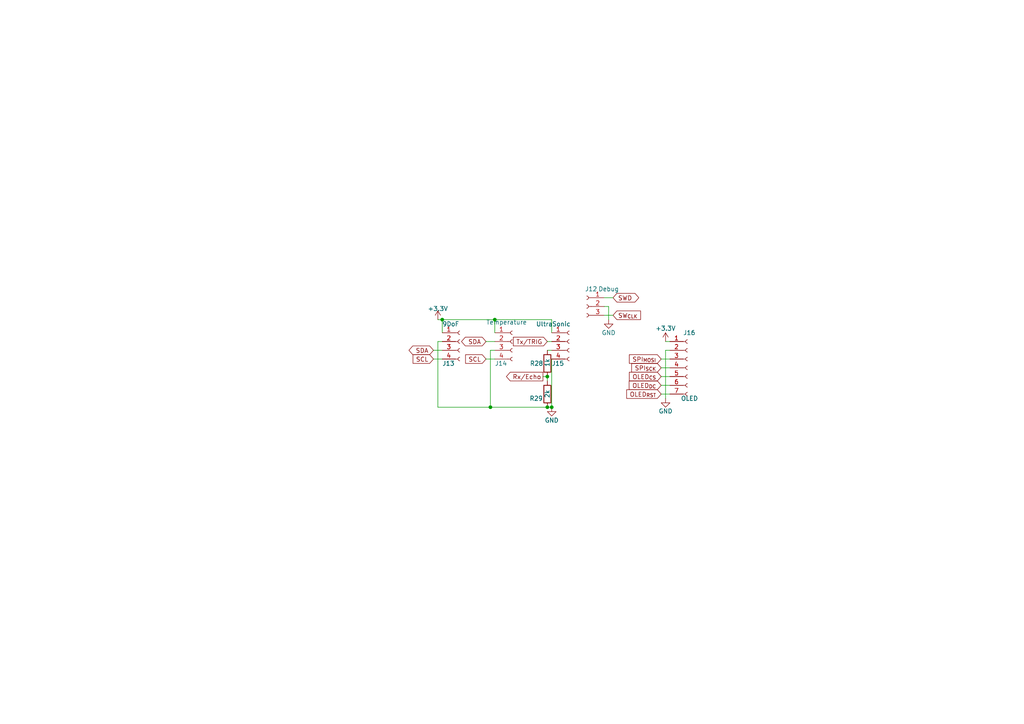
<source format=kicad_sch>
(kicad_sch (version 20230121) (generator eeschema)
  (paper "A4")
  (lib_symbols
    (symbol "Connector:Conn_01x03_Socket" (pin_names (offset 1.016) hide)
      (property "Reference" "J" (at 0 5.08 0))
      (property "Value" "Conn_01x03_Socket" (at 0 -5.08 0))
      (symbol "Conn_01x03_Socket_1_1"
        (arc (start 0 -2.032) (mid -0.5058 -2.54) (end 0 -3.048) (stroke (width 0.1524)))
        (polyline (pts (xy -1.27 -2.54) (xy -0.508 -2.54)) (stroke (width 0.1524)))
        (polyline (pts (xy -1.27 0) (xy -0.508 0)) (stroke (width 0.1524)))
        (polyline (pts (xy -1.27 2.54) (xy -0.508 2.54)) (stroke (width 0.1524)))
        (arc (start 0 0.508) (mid -0.5058 0) (end 0 -0.508) (stroke (width 0.1524)))
        (arc (start 0 3.048) (mid -0.5058 2.54) (end 0 2.032) (stroke (width 0.1524)))
        (pin passive line (at -5.08 2.54 0) (length 3.81) (name "Pin_1") (number "1"))
        (pin passive line (at -5.08 0 0) (length 3.81) (name "Pin_2") (number "2"))
        (pin passive line (at -5.08 -2.54 0) (length 3.81) (name "Pin_3") (number "3"))
      )
    )
    (symbol "Connector:Conn_01x04_Socket" (pin_names (offset 1.016) hide)
      (property "Reference" "J" (at 0 5.08 0))
      (property "Value" "Conn_01x04_Socket" (at 0 -7.62 0))
      (symbol "Conn_01x04_Socket_1_1"
        (arc (start 0 -4.572) (mid -0.5058 -5.08) (end 0 -5.588) (stroke (width 0.1524)))
        (arc (start 0 -2.032) (mid -0.5058 -2.54) (end 0 -3.048) (stroke (width 0.1524)))
        (polyline (pts (xy -1.27 -5.08) (xy -0.508 -5.08)) (stroke (width 0.1524)))
        (polyline (pts (xy -1.27 -2.54) (xy -0.508 -2.54)) (stroke (width 0.1524)))
        (polyline (pts (xy -1.27 0) (xy -0.508 0)) (stroke (width 0.1524)))
        (polyline (pts (xy -1.27 2.54) (xy -0.508 2.54)) (stroke (width 0.1524)))
        (arc (start 0 0.508) (mid -0.5058 0) (end 0 -0.508) (stroke (width 0.1524)))
        (arc (start 0 3.048) (mid -0.5058 2.54) (end 0 2.032) (stroke (width 0.1524)))
        (pin passive line (at -5.08 2.54 0) (length 3.81) (name "Pin_1") (number "1"))
        (pin passive line (at -5.08 0 0) (length 3.81) (name "Pin_2") (number "2"))
        (pin passive line (at -5.08 -2.54 0) (length 3.81) (name "Pin_3") (number "3"))
        (pin passive line (at -5.08 -5.08 0) (length 3.81) (name "Pin_4") (number "4"))
      )
    )
    (symbol "Connector:Conn_01x07_Socket" (pin_names (offset 1.016) hide)
      (property "Reference" "J" (at 0 10.16 0))
      (property "Value" "Conn_01x07_Socket" (at 0 -10.16 0))
      (symbol "Conn_01x07_Socket_1_1"
        (arc (start 0 -7.112) (mid -0.5058 -7.62) (end 0 -8.128) (stroke (width 0.1524)))
        (arc (start 0 -4.572) (mid -0.5058 -5.08) (end 0 -5.588) (stroke (width 0.1524)))
        (arc (start 0 -2.032) (mid -0.5058 -2.54) (end 0 -3.048) (stroke (width 0.1524)))
        (polyline (pts (xy -1.27 -7.62) (xy -0.508 -7.62)) (stroke (width 0.1524)))
        (polyline (pts (xy -1.27 -5.08) (xy -0.508 -5.08)) (stroke (width 0.1524)))
        (polyline (pts (xy -1.27 -2.54) (xy -0.508 -2.54)) (stroke (width 0.1524)))
        (polyline (pts (xy -1.27 0) (xy -0.508 0)) (stroke (width 0.1524)))
        (polyline (pts (xy -1.27 2.54) (xy -0.508 2.54)) (stroke (width 0.1524)))
        (polyline (pts (xy -1.27 5.08) (xy -0.508 5.08)) (stroke (width 0.1524)))
        (polyline (pts (xy -1.27 7.62) (xy -0.508 7.62)) (stroke (width 0.1524)))
        (arc (start 0 0.508) (mid -0.5058 0) (end 0 -0.508) (stroke (width 0.1524)))
        (arc (start 0 3.048) (mid -0.5058 2.54) (end 0 2.032) (stroke (width 0.1524)))
        (arc (start 0 5.588) (mid -0.5058 5.08) (end 0 4.572) (stroke (width 0.1524)))
        (arc (start 0 8.128) (mid -0.5058 7.62) (end 0 7.112) (stroke (width 0.1524)))
        (pin passive line (at -5.08 7.62 0) (length 3.81) (name "Pin_1") (number "1"))
        (pin passive line (at -5.08 5.08 0) (length 3.81) (name "Pin_2") (number "2"))
        (pin passive line (at -5.08 2.54 0) (length 3.81) (name "Pin_3") (number "3"))
        (pin passive line (at -5.08 0 0) (length 3.81) (name "Pin_4") (number "4"))
        (pin passive line (at -5.08 -2.54 0) (length 3.81) (name "Pin_5") (number "5"))
        (pin passive line (at -5.08 -5.08 0) (length 3.81) (name "Pin_6") (number "6"))
        (pin passive line (at -5.08 -7.62 0) (length 3.81) (name "Pin_7") (number "7"))
      )
    )
    (symbol "Device:R" (pin_numbers hide) (pin_names (offset 0))
      (property "Reference" "R" (at 2.032 0 90))
      (property "Value" "R" (at 0 0 90))
      (symbol "R_0_1"
        (rectangle (start -1.016 -2.54) (end 1.016 2.54) (stroke (width 0.254)))
      )
      (symbol "R_1_1"
        (pin passive line (at 0 3.81 270) (length 1.27) (name "~") (number "1"))
        (pin passive line (at 0 -3.81 90) (length 1.27) (name "~") (number "2"))
      )
    )
    (symbol "power:+3.3V" (power) (pin_names (offset 0))
      (property "Value" "+3.3V" (at 0 3.556 0))
      (symbol "+3.3V_0_1"
        (polyline (pts (xy -0.762 1.27) (xy 0 2.54)))
        (polyline (pts (xy 0 0) (xy 0 2.54)))
        (polyline (pts (xy 0 2.54) (xy 0.762 1.27)))
      )
      (symbol "+3.3V_1_1"
        (pin power_in line (at 0 0 90) (length 0) hide (name "+3.3V") (number "1"))
      )
    )
    (symbol "power:GND" (power) (pin_names (offset 0))
      (property "Value" "GND" (at 0 -3.81 0))
      (symbol "GND_0_1"
        (polyline (pts (xy 0 0) (xy 0 -1.27) (xy 1.27 -1.27) (xy 0 -2.54) (xy -1.27 -1.27) (xy 0 -1.27)))
      )
      (symbol "GND_1_1"
        (pin power_in line (at 0 0 270) (length 0) hide (name "GND") (number "1"))
      )
    )
  )
  (junction (at 160.02 118.11))
  (junction (at 158.75 118.11))
  (junction (at 128.27 92.71))
  (junction (at 143.51 92.71))
  (junction (at 158.75 109.22))
  (junction (at 142.24 118.11))
  (wire (pts (xy 191.77 109.22) (xy 194.31 109.22)))
  (wire (pts (xy 143.51 92.71) (xy 160.02 92.71)))
  (wire (pts (xy 176.53 88.9) (xy 175.26 88.9)))
  (wire (pts (xy 143.51 101.6) (xy 142.24 101.6)))
  (wire (pts (xy 191.77 114.3) (xy 194.31 114.3)))
  (wire (pts (xy 158.75 118.11) (xy 142.24 118.11)))
  (wire (pts (xy 140.97 104.14) (xy 143.51 104.14)))
  (wire (pts (xy 158.75 109.22) (xy 158.75 110.49)))
  (wire (pts (xy 142.24 118.11) (xy 127 118.11)))
  (wire (pts (xy 142.24 101.6) (xy 142.24 118.11)))
  (wire (pts (xy 160.02 104.14) (xy 160.02 118.11)))
  (wire (pts (xy 143.51 96.52) (xy 143.51 92.71)))
  (wire (pts (xy 191.77 104.14) (xy 194.31 104.14)))
  (wire (pts (xy 128.27 99.06) (xy 127 99.06)))
  (wire (pts (xy 128.27 92.71) (xy 143.51 92.71)))
  (wire (pts (xy 125.73 101.6) (xy 128.27 101.6)))
  (wire (pts (xy 158.75 101.6) (xy 160.02 101.6)))
  (wire (pts (xy 158.75 118.11) (xy 160.02 118.11)))
  (wire (pts (xy 175.26 86.36) (xy 177.8 86.36)))
  (wire (pts (xy 127 99.06) (xy 127 118.11)))
  (wire (pts (xy 128.27 96.52) (xy 128.27 92.71)))
  (wire (pts (xy 194.31 101.6) (xy 193.04 101.6)))
  (wire (pts (xy 125.73 104.14) (xy 128.27 104.14)))
  (wire (pts (xy 191.77 111.76) (xy 194.31 111.76)))
  (wire (pts (xy 127 92.71) (xy 128.27 92.71)))
  (wire (pts (xy 158.75 99.06) (xy 160.02 99.06)))
  (wire (pts (xy 193.04 99.06) (xy 194.31 99.06)))
  (wire (pts (xy 160.02 92.71) (xy 160.02 96.52)))
  (wire (pts (xy 157.48 109.22) (xy 158.75 109.22)))
  (wire (pts (xy 175.26 91.44) (xy 177.8 91.44)))
  (wire (pts (xy 140.97 99.06) (xy 143.51 99.06)))
  (wire (pts (xy 193.04 101.6) (xy 193.04 115.57)))
  (wire (pts (xy 191.77 106.68) (xy 194.31 106.68)))
  (wire (pts (xy 176.53 92.71) (xy 176.53 88.9)))
  (global_label "SPI_{MOSI}" (shape input) (at 191.77 104.14 180) (property "Intersheetrefs" "${INTERSHEET_REFS}" (effects hide)))
  (global_label "SCL" (shape input) (at 140.97 104.14 180) (property "Intersheetrefs" "${INTERSHEET_REFS}" (effects hide)))
  (global_label "SW_{CLK}" (shape input) (at 177.8 91.44 0) (property "Intersheetrefs" "${INTERSHEET_REFS}" (effects hide)))
  (global_label "Rx{slash}Echo" (shape output) (at 157.48 109.22 180) (property "Intersheetrefs" "${INTERSHEET_REFS}" (effects hide)))
  (global_label "SDA" (shape bidirectional) (at 125.73 101.6 180) (property "Intersheetrefs" "${INTERSHEET_REFS}" (effects hide)))
  (global_label "OLED_{RST}" (shape input) (at 191.77 114.3 180) (property "Intersheetrefs" "${INTERSHEET_REFS}" (effects hide)))
  (global_label "SPI_{SCK}" (shape input) (at 191.77 106.68 180) (property "Intersheetrefs" "${INTERSHEET_REFS}" (effects hide)))
  (global_label "OLED_{CS}" (shape input) (at 191.77 109.22 180) (property "Intersheetrefs" "${INTERSHEET_REFS}" (effects hide)))
  (global_label "SDA" (shape bidirectional) (at 140.97 99.06 180) (property "Intersheetrefs" "${INTERSHEET_REFS}" (effects hide)))
  (global_label "OLED_{DC}" (shape input) (at 191.77 111.76 180) (property "Intersheetrefs" "${INTERSHEET_REFS}" (effects hide)))
  (global_label "SWD" (shape bidirectional) (at 177.8 86.36 0) (property "Intersheetrefs" "${INTERSHEET_REFS}" (effects hide)))
  (global_label "SCL" (shape input) (at 125.73 104.14 180) (property "Intersheetrefs" "${INTERSHEET_REFS}" (effects hide)))
  (global_label "Tx{slash}TRIG" (shape input) (at 158.75 99.06 180) (property "Intersheetrefs" "${INTERSHEET_REFS}" (effects hide)))
  (symbol (lib_id "power:GND") (at 176.53 92.71 0) (unit 1)
    (property "Reference" "#PWR061" (effects hide))
    (property "Value" "GND" (at 176.53 96.52 0))
  )
  (symbol (lib_id "Connector:Conn_01x04_Socket") (at 148.59 99.06 0) (unit 1)
    (property "Reference" "J14" (at 143.51 105.41 0) (effects (justify left)))
    (property "Value" "Temperature" (at 140.97 93.472 0) (effects (justify left)))
    (property "Footprint" "Connector_PinSocket_2.54mm:PinSocket_1x04_P2.54mm_Vertical" (effects hide))
  )
  (symbol (lib_id "Connector:Conn_01x04_Socket") (at 133.35 99.06 0) (unit 1)
    (property "Reference" "J13" (at 128.27 105.41 0) (effects (justify left)))
    (property "Value" "9DoF" (at 128.27 93.98 0) (effects (justify left)))
    (property "Footprint" "Connector_JST:JST_XH_S4B-XH-A_1x04_P2.50mm_Horizontal" (effects hide))
  )
  (symbol (lib_id "Connector:Conn_01x04_Socket") (at 165.1 99.06 0) (unit 1)
    (property "Reference" "J15" (at 160.02 105.41 0) (effects (justify left)))
    (property "Value" "UltraSonic" (at 155.448 93.98 0) (effects (justify left)))
    (property "Footprint" "Connector_PinSocket_2.54mm:PinSocket_1x04_P2.54mm_Vertical" (effects hide))
  )
  (symbol (lib_id "power:+3.3V") (at 193.04 99.06 0) (unit 1)
    (property "Reference" "#PWR062" (effects hide))
    (property "Value" "+3.3V" (at 193.04 95.25 0))
  )
  (symbol (lib_id "Device:R") (at 158.75 114.3 180) (unit 1)
    (property "Reference" "R29" (at 157.48 115.57 0) (effects (justify left)))
    (property "Value" "2k" (at 158.75 113.03 90) (effects (justify left)))
    (property "Footprint" "Resistor_SMD:R_0603_1608Metric" (effects hide))
    (property "Datasheet" "https://www.koaspeer.com/pdfs/RN73H.pdf" (effects hide))
    (property "Manufacturer_Name" "KOA Speer" (effects hide))
    (property "Manufacturer_Part_Number" "RN73H1JTTD2001F25" (effects hide))
    (property "Mouser Part Number" "660-RN73H1JTD2001F25" (effects hide))
    (property "Mouser Price/Stock" "https://www.mouser.jp/ProductDetail/660-RN73H1JTD2001F25" (effects hide))
  )
  (symbol (lib_id "Device:R") (at 158.75 105.41 0) (unit 1)
    (property "Reference" "R28" (at 153.67 105.41 0) (effects (justify left)))
    (property "Value" "1k" (at 158.75 106.426 90) (effects (justify left)))
    (property "Footprint" "Resistor_SMD:R_0603_1608Metric" (effects hide))
    (property "Datasheet" "https://www.koaspeer.com/pdfs/RN73H.pdf" (effects hide))
    (property "Manufacturer_Name" "KOA Speer" (effects hide))
    (property "Manufacturer_Part_Number" "RN73H1JTTD1001F100" (effects hide))
    (property "Mouser Part Number" "660-RN73H1JT1001F100" (effects hide))
    (property "Mouser Price/Stock" "https://www.mouser.jp/ProductDetail/660-RN73H1JT1001F100" (effects hide))
  )
  (symbol (lib_id "power:+3.3V") (at 127 92.71 0) (unit 1)
    (property "Reference" "#PWR060" (effects hide))
    (property "Value" "+3.3V" (at 127 89.535 0))
  )
  (symbol (lib_id "Connector:Conn_01x03_Socket") (at 170.18 88.9 0) (mirror y) (unit 1)
    (property "Reference" "J12" (at 171.45 83.82 0))
    (property "Value" "Debug" (at 176.53 83.82 0))
    (property "Footprint" "Connector_JST:JST_PH_B3B-PH-SM4-TB_1x03-1MP_P2.00mm_Vertical" (effects hide))
  )
  (symbol (lib_id "power:GND") (at 160.02 118.11 0) (unit 1)
    (property "Reference" "#PWR064" (effects hide))
    (property "Value" "GND" (at 160.02 121.92 0))
  )
  (symbol (lib_id "power:GND") (at 193.04 115.57 0) (unit 1)
    (property "Reference" "#PWR063" (effects hide))
    (property "Value" "GND" (at 193.04 119.253 0))
  )
  (symbol (lib_id "Connector:Conn_01x07_Socket") (at 199.39 106.68 0) (unit 1)
    (property "Reference" "J16" (at 198.12 96.52 0) (effects (justify left)))
    (property "Value" "OLED" (at 197.485 115.57 0) (effects (justify left)))
    (property "Footprint" "Connector_JST:JST_XH_S7B-XH-A_1x07_P2.50mm_Horizontal" (effects hide))
  )
)
</source>
